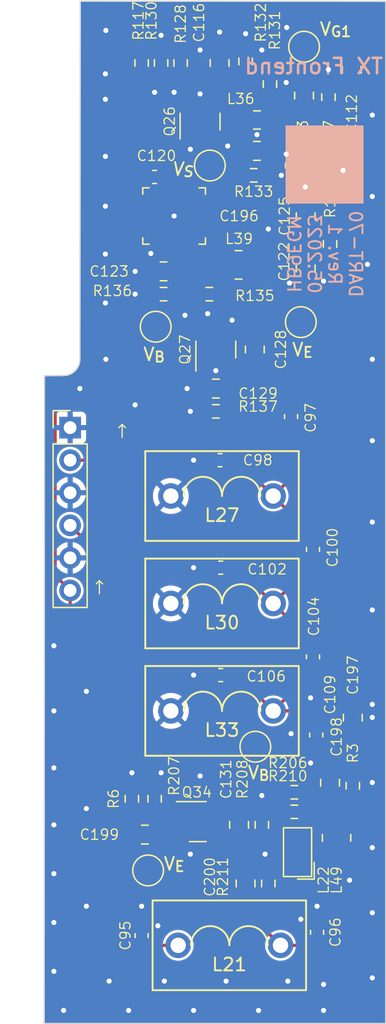
<source format=kicad_pcb>
(kicad_pcb (version 20221018) (generator pcbnew)

  (general
    (thickness 1.6)
  )

  (paper "A4")
  (title_block
    (title "DART-70 TX Frontend")
    (date "2023-05-21")
    (rev "1")
    (company "HB9EGM")
  )

  (layers
    (0 "F.Cu" signal)
    (31 "B.Cu" signal)
    (32 "B.Adhes" user "B.Adhesive")
    (33 "F.Adhes" user "F.Adhesive")
    (34 "B.Paste" user)
    (35 "F.Paste" user)
    (36 "B.SilkS" user "B.Silkscreen")
    (37 "F.SilkS" user "F.Silkscreen")
    (38 "B.Mask" user)
    (39 "F.Mask" user)
    (40 "Dwgs.User" user "User.Drawings")
    (41 "Cmts.User" user "User.Comments")
    (42 "Eco1.User" user "User.Eco1")
    (43 "Eco2.User" user "User.Eco2")
    (44 "Edge.Cuts" user)
    (45 "Margin" user "Edge.Cuts.Setback")
    (46 "B.CrtYd" user "B.Courtyard")
    (47 "F.CrtYd" user "F.Courtyard")
    (48 "B.Fab" user)
    (49 "F.Fab" user)
    (50 "User.1" user "Milling")
    (51 "User.2" user)
    (52 "User.3" user)
    (53 "User.4" user)
    (54 "User.5" user)
    (55 "User.6" user)
    (56 "User.7" user)
    (57 "User.8" user)
    (58 "User.9" user)
  )

  (setup
    (stackup
      (layer "F.SilkS" (type "Top Silk Screen"))
      (layer "F.Paste" (type "Top Solder Paste"))
      (layer "F.Mask" (type "Top Solder Mask") (thickness 0.01))
      (layer "F.Cu" (type "copper") (thickness 0.035))
      (layer "dielectric 1" (type "core") (thickness 1.51) (material "FR4") (epsilon_r 4.5) (loss_tangent 0.02))
      (layer "B.Cu" (type "copper") (thickness 0.035))
      (layer "B.Mask" (type "Bottom Solder Mask") (thickness 0.01))
      (layer "B.Paste" (type "Bottom Solder Paste"))
      (layer "B.SilkS" (type "Bottom Silk Screen"))
      (copper_finish "None")
      (dielectric_constraints no)
    )
    (pad_to_mask_clearance 0)
    (pcbplotparams
      (layerselection 0x000d130_ffffffff)
      (plot_on_all_layers_selection 0x0000000_00000000)
      (disableapertmacros false)
      (usegerberextensions false)
      (usegerberattributes true)
      (usegerberadvancedattributes true)
      (creategerberjobfile true)
      (dashed_line_dash_ratio 12.000000)
      (dashed_line_gap_ratio 3.000000)
      (svgprecision 6)
      (plotframeref false)
      (viasonmask false)
      (mode 1)
      (useauxorigin false)
      (hpglpennumber 1)
      (hpglpenspeed 20)
      (hpglpendiameter 15.000000)
      (dxfpolygonmode true)
      (dxfimperialunits true)
      (dxfusepcbnewfont true)
      (psnegative false)
      (psa4output false)
      (plotreference true)
      (plotvalue true)
      (plotinvisibletext false)
      (sketchpadsonfab false)
      (subtractmaskfromsilk false)
      (outputformat 4)
      (mirror false)
      (drillshape 0)
      (scaleselection 1)
      (outputdirectory "out")
    )
  )

  (net 0 "")
  (net 1 "GND")
  (net 2 "/70MHz VHF Frontend/TX_FROM_MIX")
  (net 3 "Net-(Q34-B)")
  (net 4 "/70MHz VHF Frontend/+VTX_FE")
  (net 5 "Net-(C104-Pad1)")
  (net 6 "Net-(C125-Pad2)")
  (net 7 "Net-(C128-Pad1)")
  (net 8 "/70MHz VHF Frontend/VHF_TX")
  (net 9 "Net-(C113-Pad2)")
  (net 10 "Net-(Q26-G1)")
  (net 11 "Net-(Q26-S)")
  (net 12 "Net-(Q26-D)")
  (net 13 "Net-(Q27-B)")
  (net 14 "Net-(Q27-C)")
  (net 15 "Net-(Q27-E)")
  (net 16 "Net-(Q26-G2)")
  (net 17 "Net-(C100-Pad2)")
  (net 18 "Net-(C100-Pad1)")
  (net 19 "Net-(C198-Pad2)")
  (net 20 "Net-(Q34-E)")
  (net 21 "Net-(Q34-C)")
  (net 22 "Net-(C200-Pad1)")
  (net 23 "Net-(C199-Pad2)")
  (net 24 "Net-(C200-Pad2)")

  (footprint "Resistor_SMD:R_0603_1608Metric_Pad0.98x0.95mm_HandSolder" (layer "F.Cu") (at 87.85464 84.819728 -90))

  (footprint "Resistor_SMD:R_0603_1608Metric_Pad0.98x0.95mm_HandSolder" (layer "F.Cu") (at 101.06264 98.938228 -90))

  (footprint "Resistor_SMD:R_0603_1608Metric_Pad0.98x0.95mm_HandSolder" (layer "F.Cu") (at 91.62364 102.853728 180))

  (footprint "TestPoint:TestPoint_Pad_D2.0mm" (layer "F.Cu") (at 95.22064 138.159728))

  (footprint "TestPoint:TestPoint_Pad_D2.0mm" (layer "F.Cu") (at 98.77664 105.034228 -90))

  (footprint "Resistor_SMD:R_0603_1608Metric_Pad0.98x0.95mm_HandSolder" (layer "F.Cu") (at 98.26864 141.715728))

  (footprint "Capacitor_SMD:C_0805_2012Metric_Pad1.18x1.45mm_HandSolder" (layer "F.Cu") (at 102.75464 85.349228 -90))

  (footprint "Capacitor_SMD:C_0805_2012Metric_Pad1.18x1.45mm_HandSolder" (layer "F.Cu") (at 95.34764 91.677728 180))

  (footprint "Resistor_SMD:R_0603_1608Metric_Pad0.98x0.95mm_HandSolder" (layer "F.Cu") (at 92.13164 111.997728 180))

  (footprint "Resistor_SMD:R_0603_1608Metric_Pad0.98x0.95mm_HandSolder" (layer "F.Cu") (at 95.09364 93.582728))

  (footprint "Capacitor_SMD:C_0805_2012Metric_Pad1.18x1.45mm_HandSolder" (layer "F.Cu") (at 99.15764 100.843228 90))

  (footprint "mpb:C_Trimmer_Voltronics_JZ" (layer "F.Cu") (at 88.87064 96.757728 180))

  (footprint "mpb:AirCoil-8mm" (layer "F.Cu") (at 92.61664 135.365728 -90))

  (footprint "Resistor_SMD:R_0603_1608Metric_Pad0.98x0.95mm_HandSolder" (layer "F.Cu") (at 94.45864 84.692728 90))

  (footprint "TestPoint:TestPoint_Pad_D2.0mm" (layer "F.Cu") (at 91.66464 92.820728 -90))

  (footprint "Resistor_SMD:R_0603_1608Metric_Pad0.98x0.95mm_HandSolder" (layer "F.Cu") (at 100.93564 87.486728 90))

  (footprint "Capacitor_SMD:C_0805_2012Metric_Pad1.18x1.45mm_HandSolder" (layer "F.Cu") (at 99.15764 96.779228 -90))

  (footprint "Capacitor_SMD:C_0603_1608Metric_Pad1.08x0.95mm_HandSolder" (layer "F.Cu") (at 92.51614 132.571728))

  (footprint "Capacitor_SMD:C_0805_2012Metric_Pad1.18x1.45mm_HandSolder" (layer "F.Cu") (at 93.95064 144.255728 -90))

  (footprint "Capacitor_SMD:C_0603_1608Metric_Pad1.08x0.95mm_HandSolder" (layer "F.Cu") (at 92.46314 115.807728))

  (footprint "Capacitor_SMD:C_0805_2012Metric_Pad1.18x1.45mm_HandSolder" (layer "F.Cu") (at 95.17964 107.171728 90))

  (footprint "Capacitor_SMD:C_0603_1608Metric_Pad1.08x0.95mm_HandSolder" (layer "F.Cu") (at 99.72864 131.148228 90))

  (footprint "Connector_PinHeader_2.54mm:PinHeader_1x06_P2.54mm_Vertical" (layer "F.Cu") (at 80.74264 113.267728))

  (footprint "Capacitor_SMD:C_0603_1608Metric_Pad1.08x0.95mm_HandSolder" (layer "F.Cu") (at 99.72864 122.766228 90))

  (footprint "Inductor_SMD:L_0805_2012Metric_Pad1.15x1.40mm_HandSolder" (layer "F.Cu") (at 95.34764 89.264728))

  (footprint "Resistor_SMD:R_0603_1608Metric_Pad0.98x0.95mm_HandSolder" (layer "F.Cu") (at 86.33064 84.819728 90))

  (footprint "Package_TO_SOT_SMD:SOT-23" (layer "F.Cu") (at 90.72714 144.001728))

  (footprint "Capacitor_SMD:C_0805_2012Metric_Pad1.18x1.45mm_HandSolder" (layer "F.Cu") (at 101.06264 140.975228 -90))

  (footprint "Resistor_SMD:R_0603_1608Metric_Pad0.98x0.95mm_HandSolder" (layer "F.Cu") (at 89.37864 84.819728 90))

  (footprint "Resistor_SMD:R_0603_1608Metric_Pad0.98x0.95mm_HandSolder" (layer "F.Cu") (at 96.36364 86.470728 -90))

  (footprint "Capacitor_SMD:C_0603_1608Metric_Pad1.08x0.95mm_HandSolder" (layer "F.Cu") (at 92.51614 124.189728))

  (footprint "mpb:AirCoil-8mm" (layer "F.Cu") (at 92.61664 126.983728 -90))

  (footprint "Resistor_SMD:R_0603_1608Metric_Pad0.98x0.95mm_HandSolder" (layer "F.Cu") (at 95.72864 144.255728 -90))

  (footprint "Capacitor_SMD:C_0603_1608Metric_Pad1.08x0.95mm_HandSolder" (layer "F.Cu") (at 87.34664 93.709728 180))

  (footprint "Resistor_SMD:R_0603_1608Metric_Pad0.98x0.95mm_HandSolder" (layer "F.Cu") (at 102.84064 141.207728 90))

  (footprint "Capacitor_SMD:C_0805_2012Metric_Pad1.18x1.45mm_HandSolder" (layer "F.Cu") (at 88.04614 101.075728))

  (footprint "Resistor_SMD:R_0603_1608Metric_Pad0.98x0.95mm_HandSolder" (layer "F.Cu") (at 88.04614 102.853728 180))

  (footprint "Capacitor_SMD:C_0603_1608Metric_Pad1.08x0.95mm_HandSolder" (layer "F.Cu") (at 99.98264 137.244228 -90))

  (footprint "Inductor_SMD:L_1008_2520Metric_Pad1.43x2.20mm_HandSolder" (layer "F.Cu") (at 93.90964 100.567728))

  (footprint "Capacitor_SMD:C_0805_2012Metric_Pad1.18x1.45mm_HandSolder" (layer "F.Cu") (at 94.45864 148.827728 90))

  (footprint "mpb:L_CoupledInductor_Coilcraft_PFD2015" (layer "F.Cu") (at 98.52264 146.287728 -90))

  (footprint "Capacitor_SMD:C_0805_2012Metric_Pad1.18x1.45mm_HandSolder" (layer "F.Cu") (at 92.42664 84.819728 -90))

  (footprint "TestPoint:TestPoint_Pad_D2.0mm" (layer "F.Cu") (at 86.83864 147.811728))

  (footprint "Capacitor_SMD:C_0805_2012Metric_Pad1.18x1.45mm_HandSolder" (layer "F.Cu") (at 86.58464 145.017728 180))

  (footprint "Capacitor_SMD:C_0603_1608Metric_Pad1.08x0.95mm_HandSolder" (layer "F.Cu") (at 100.04664 152.637728 -90))

  (footprint "Capacitor_SMD:C_0603_1608Metric_Pad1.08x0.95mm_HandSolder" (layer "F.Cu") (at 86.33064 152.891728 -90))

  (footprint "Package_TO_SOT_SMD:SOT-23" (layer "F.Cu") (at 92.13164 107.171728 90))

  (footprint "Inductor_SMD:L_1008_2520Metric_Pad1.43x2.20mm_HandSolder" (layer "F.Cu") (at 101.57064 145.271728 90))

  (footprint "Resistor_SMD:R_0603_1608Metric_Pad0.98x0.95mm_HandSolder" (layer "F.Cu") (at 98.26864 143.239728 180))

  (footprint "Capacitor_SMD:C_0805_2012Metric_Pad1.18x1.45mm_HandSolder" (layer "F.Cu") (at 92.13164 110.219728 180))

  (footprint "TestPoint:TestPoint_Pad_D2.0mm" (layer "F.Cu") (at 99.03064 83.549728 -90))

  (footprint "Capacitor_SMD:C_0805_2012Metric_Pad1.18x1.45mm_HandSolder" (layer "F.Cu") (at 102.84064 135.895228 -90))

  (footprint "Resistor_SMD:R_0603_1608Metric_Pad0.98x0.95mm_HandSolder" (layer "F.Cu") (at 85.56864 142.223728 90))

  (footprint "Capacitor_SMD:C_0805_2012Metric_Pad1.18x1.45mm_HandSolder" (layer "F.Cu") (at 99.03064 87.359728 -90))

  (footprint "Package_TO_SOT_SMD:SOT-143" (layer "F.Cu") (at 90.90264 89.391728 90))

  (footprint "Resistor_SMD:R_0603_1608Metric_Pad0.98x0.95mm_HandSolder" (layer "F.Cu") (at 96.23664 148.827728 90))

  (footprint "TestPoint:TestPoint_Pad_D2.0mm" (layer "F.Cu") (at 87.43264 105.393728 -90))

  (footprint "mpb:AirCoil-8mm" (layer "F.C
... [288437 chars truncated]
</source>
